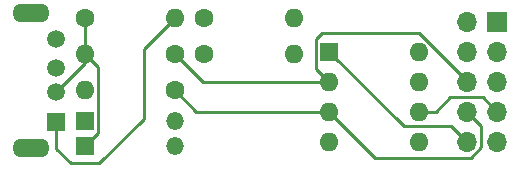
<source format=gbl>
%TF.GenerationSoftware,KiCad,Pcbnew,(6.0.8)*%
%TF.CreationDate,2023-02-21T13:23:49+01:00*%
%TF.ProjectId,attiny85,61747469-6e79-4383-952e-6b696361645f,rev?*%
%TF.SameCoordinates,Original*%
%TF.FileFunction,Copper,L2,Bot*%
%TF.FilePolarity,Positive*%
%FSLAX46Y46*%
G04 Gerber Fmt 4.6, Leading zero omitted, Abs format (unit mm)*
G04 Created by KiCad (PCBNEW (6.0.8)) date 2023-02-21 13:23:49*
%MOMM*%
%LPD*%
G01*
G04 APERTURE LIST*
%TA.AperFunction,ComponentPad*%
%ADD10R,1.508000X1.508000*%
%TD*%
%TA.AperFunction,ComponentPad*%
%ADD11C,1.508000*%
%TD*%
%TA.AperFunction,ComponentPad*%
%ADD12O,3.150000X1.575000*%
%TD*%
%TA.AperFunction,ComponentPad*%
%ADD13R,1.700000X1.700000*%
%TD*%
%TA.AperFunction,ComponentPad*%
%ADD14O,1.700000X1.700000*%
%TD*%
%TA.AperFunction,ComponentPad*%
%ADD15C,1.600000*%
%TD*%
%TA.AperFunction,ComponentPad*%
%ADD16O,1.600000X1.600000*%
%TD*%
%TA.AperFunction,ComponentPad*%
%ADD17R,1.600000X1.600000*%
%TD*%
%TA.AperFunction,ComponentPad*%
%ADD18R,1.500000X1.500000*%
%TD*%
%TA.AperFunction,ComponentPad*%
%ADD19O,1.500000X1.500000*%
%TD*%
%TA.AperFunction,Conductor*%
%ADD20C,0.250000*%
%TD*%
G04 APERTURE END LIST*
D10*
%TO.P,J1,1,VBUS*%
%TO.N,/5V*%
X169737500Y-87555750D03*
D11*
%TO.P,J1,2,D-*%
%TO.N,Net-(D1-Pad1)*%
X169737500Y-85055750D03*
%TO.P,J1,3,D+*%
%TO.N,Net-(D2-Pad1)*%
X169737500Y-83055750D03*
%TO.P,J1,4,GND*%
%TO.N,/GND*%
X169737500Y-80555750D03*
D12*
%TO.P,J1,S2*%
%TO.N,N/C*%
X167637500Y-78355750D03*
%TO.P,J1,S1*%
X167637500Y-89755750D03*
%TD*%
D13*
%TO.P,J2,1,Pin_1*%
%TO.N,/GND*%
X207090000Y-79100000D03*
D14*
%TO.P,J2,2,Pin_2*%
%TO.N,/5V*%
X204550000Y-79100000D03*
%TO.P,J2,3,Pin_3*%
%TO.N,/GND*%
X207090000Y-81640000D03*
%TO.P,J2,4,Pin_4*%
%TO.N,/3V3*%
X204550000Y-81640000D03*
%TO.P,J2,5,Pin_5*%
%TO.N,/PB0*%
X207090000Y-84180000D03*
%TO.P,J2,6,Pin_6*%
%TO.N,/PB3*%
X204550000Y-84180000D03*
%TO.P,J2,7,Pin_7*%
%TO.N,/PB1*%
X207090000Y-86720000D03*
%TO.P,J2,8,Pin_8*%
%TO.N,/PB4*%
X204550000Y-86720000D03*
%TO.P,J2,9,Pin_9*%
%TO.N,/PB2*%
X207090000Y-89260000D03*
%TO.P,J2,10,Pin_10*%
%TO.N,/PB5*%
X204550000Y-89260000D03*
%TD*%
D15*
%TO.P,R4,1*%
%TO.N,/5V*%
X182290000Y-78800000D03*
D16*
%TO.P,R4,2*%
%TO.N,Net-(D3-Pad2)*%
X189910000Y-78800000D03*
%TD*%
D15*
%TO.P,R5,1*%
%TO.N,/PB1*%
X182290000Y-81820000D03*
D16*
%TO.P,R5,2*%
%TO.N,Net-(D4-Pad2)*%
X189910000Y-81820000D03*
%TD*%
D15*
%TO.P,R1,1*%
%TO.N,Net-(D1-Pad1)*%
X172200000Y-78800000D03*
D16*
%TO.P,R1,2*%
%TO.N,/5V*%
X179820000Y-78800000D03*
%TD*%
D17*
%TO.P,U1,1,~{RESET}/PB5*%
%TO.N,/PB5*%
X192900000Y-81650000D03*
D16*
%TO.P,U1,2,XTAL1/PB3*%
%TO.N,/PB3*%
X192900000Y-84190000D03*
%TO.P,U1,3,XTAL2/PB4*%
%TO.N,/PB4*%
X192900000Y-86730000D03*
%TO.P,U1,4,GND*%
%TO.N,/GND*%
X192900000Y-89270000D03*
%TO.P,U1,5,AREF/PB0*%
%TO.N,/PB0*%
X200520000Y-89270000D03*
%TO.P,U1,6,PB1*%
%TO.N,/PB1*%
X200520000Y-86730000D03*
%TO.P,U1,7,PB2*%
%TO.N,/PB2*%
X200520000Y-84190000D03*
%TO.P,U1,8,VCC*%
%TO.N,/5V*%
X200520000Y-81650000D03*
%TD*%
D18*
%TO.P,D1,1,K*%
%TO.N,Net-(D1-Pad1)*%
X172200000Y-89650000D03*
D19*
%TO.P,D1,2,A*%
%TO.N,/GND*%
X179820000Y-89650000D03*
%TD*%
D15*
%TO.P,R3,1*%
%TO.N,/PB3*%
X179810000Y-81800000D03*
D16*
%TO.P,R3,2*%
%TO.N,Net-(D1-Pad1)*%
X172190000Y-81800000D03*
%TD*%
D15*
%TO.P,R2,1*%
%TO.N,/PB4*%
X179810000Y-84900000D03*
D16*
%TO.P,R2,2*%
%TO.N,Net-(D2-Pad1)*%
X172190000Y-84900000D03*
%TD*%
D18*
%TO.P,D2,1,K*%
%TO.N,Net-(D2-Pad1)*%
X172200000Y-87500000D03*
D19*
%TO.P,D2,2,A*%
%TO.N,/GND*%
X179820000Y-87500000D03*
%TD*%
D20*
%TO.N,Net-(D1-Pad1)*%
X172190000Y-78810000D02*
X172200000Y-78800000D01*
X172190000Y-81800000D02*
X172190000Y-78810000D01*
%TO.N,/5V*%
X177210000Y-81410000D02*
X177200000Y-81410000D01*
X179820000Y-78800000D02*
X177210000Y-81410000D01*
X171000000Y-91100000D02*
X173400000Y-91100000D01*
X173400000Y-91100000D02*
X177200000Y-87300000D01*
X177200000Y-87300000D02*
X177200000Y-81410000D01*
X169737500Y-89837500D02*
X171000000Y-91100000D01*
X169737500Y-87555750D02*
X169737500Y-89837500D01*
%TO.N,Net-(D1-Pad1)*%
X169737500Y-85055750D02*
X172190000Y-82603250D01*
X172190000Y-82603250D02*
X172190000Y-81800000D01*
%TO.N,/PB3*%
X182200000Y-84190000D02*
X179810000Y-81800000D01*
X192900000Y-84190000D02*
X182200000Y-84190000D01*
%TO.N,/PB4*%
X181640000Y-86730000D02*
X179810000Y-84900000D01*
X192900000Y-86730000D02*
X181640000Y-86730000D01*
%TO.N,Net-(D1-Pad1)*%
X173315000Y-82925000D02*
X172190000Y-81800000D01*
X172200000Y-89650000D02*
X173315000Y-88535000D01*
X173315000Y-88535000D02*
X173315000Y-82925000D01*
%TO.N,/PB4*%
X196770000Y-90600000D02*
X192900000Y-86730000D01*
%TO.N,/PB3*%
X192900000Y-84190000D02*
X191775000Y-83065000D01*
%TO.N,/PB1*%
X203150000Y-85500000D02*
X201920000Y-86730000D01*
X201920000Y-86730000D02*
X200520000Y-86730000D01*
X205870000Y-85500000D02*
X203150000Y-85500000D01*
X207090000Y-86720000D02*
X205870000Y-85500000D01*
%TO.N,/PB3*%
X204550000Y-84089009D02*
X200510991Y-80050000D01*
X204550000Y-84180000D02*
X204550000Y-84089009D01*
X192250000Y-80050000D02*
X191775000Y-80525000D01*
X200510991Y-80050000D02*
X192250000Y-80050000D01*
X191775000Y-80525000D02*
X191775000Y-83065000D01*
%TO.N,/PB4*%
X205725000Y-87895000D02*
X204550000Y-86720000D01*
X205725000Y-89746701D02*
X205725000Y-87895000D01*
X196770000Y-90600000D02*
X204871701Y-90600000D01*
X204871701Y-90600000D02*
X205725000Y-89746701D01*
%TO.N,/PB5*%
X199200000Y-87950000D02*
X203240000Y-87950000D01*
X192900000Y-81650000D02*
X199200000Y-87950000D01*
X203240000Y-87950000D02*
X204550000Y-89260000D01*
%TD*%
M02*

</source>
